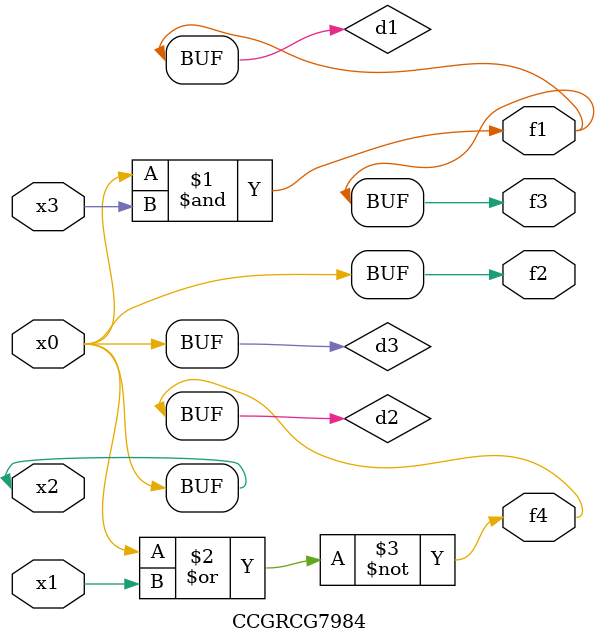
<source format=v>
module CCGRCG7984(
	input x0, x1, x2, x3,
	output f1, f2, f3, f4
);

	wire d1, d2, d3;

	and (d1, x2, x3);
	nor (d2, x0, x1);
	buf (d3, x0, x2);
	assign f1 = d1;
	assign f2 = d3;
	assign f3 = d1;
	assign f4 = d2;
endmodule

</source>
